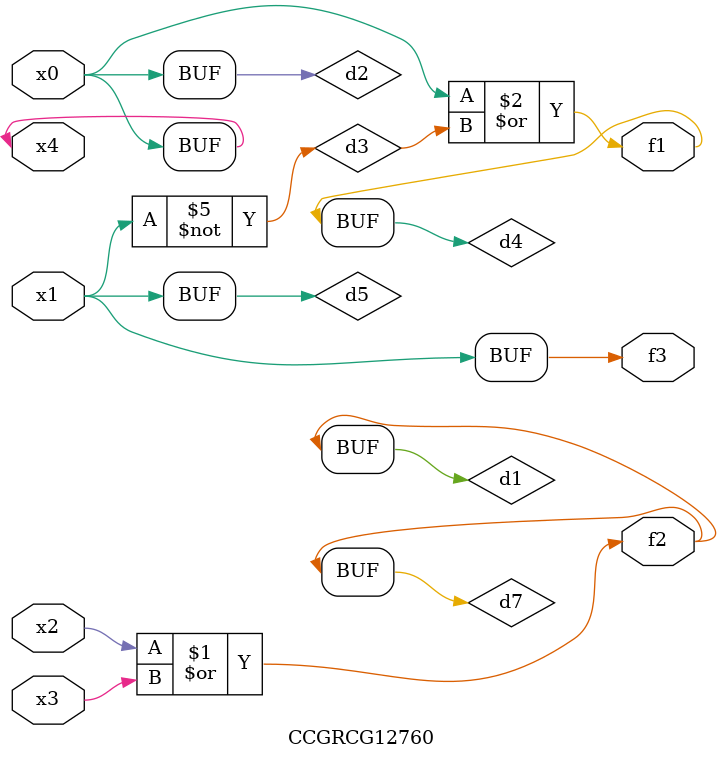
<source format=v>
module CCGRCG12760(
	input x0, x1, x2, x3, x4,
	output f1, f2, f3
);

	wire d1, d2, d3, d4, d5, d6, d7;

	or (d1, x2, x3);
	buf (d2, x0, x4);
	not (d3, x1);
	or (d4, d2, d3);
	not (d5, d3);
	nand (d6, d1, d3);
	or (d7, d1);
	assign f1 = d4;
	assign f2 = d7;
	assign f3 = d5;
endmodule

</source>
